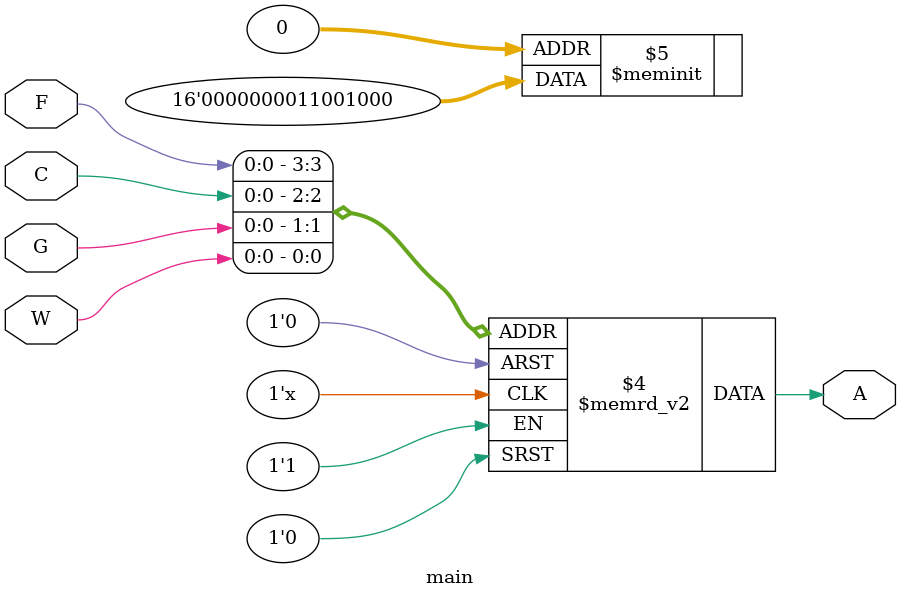
<source format=v>
module main (A,F,C,G,W);
	input F, C, G, W;
	output A;
	
	reg A;
	
	always @ (F or C or G or W)
	begin
			case({F,C,G,W})
			
					4'b0000: A= 'b0;
					4'b0001: A= 'b0;
					4'b0010: A= 'b0;
					4'b0011: A= 'b1;
					4'b0100: A= 'b0;
					4'b0101: A= 'b0;
					4'b0110: A= 'b1;
					4'b0111: A= 'b1;
					4'b1000: A= 'b0;
					4'b1001: A= 'b0;
					4'b1010: A= 'b0;
					4'b1011: A= 'b0;
					4'b1100: A= 'b0;
					4'b1101: A= 'b0;
					4'b1110: A= 'b0;
					4'b1111: A= 'b0;
			endcase
	end
endmodule
</source>
